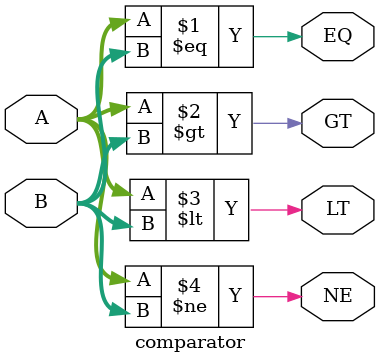
<source format=v>
module comparator(
    input [3:0] A,
    input [3:0] B,
    output EQ,
    output GT,
    output LT,
    output NE
);

    assign EQ = (A == B);
    assign GT = (A > B);
    assign LT = (A < B);
    assign NE = (A != B);
    
endmodule
</source>
